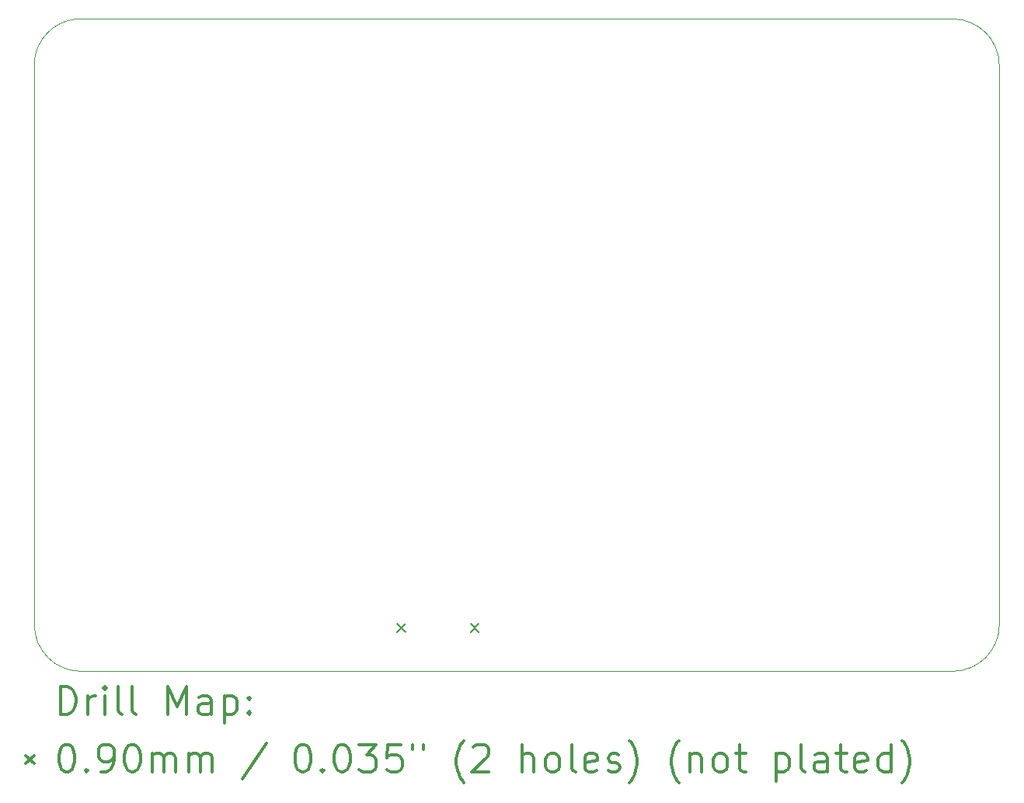
<source format=gbr>
%FSLAX45Y45*%
G04 Gerber Fmt 4.5, Leading zero omitted, Abs format (unit mm)*
G04 Created by KiCad (PCBNEW (5.1.9)-1) date 2021-11-23 21:03:16*
%MOMM*%
%LPD*%
G01*
G04 APERTURE LIST*
%TA.AperFunction,Profile*%
%ADD10C,0.050000*%
%TD*%
%ADD11C,0.200000*%
%ADD12C,0.300000*%
G04 APERTURE END LIST*
D10*
X11174764Y-8091626D02*
G75*
G02*
X11633200Y-7620000I509236J-36374D01*
G01*
X21183600Y-7620000D02*
G75*
G02*
X21691600Y-8128000I0J-508000D01*
G01*
X11684000Y-14732000D02*
G75*
G02*
X11176000Y-14224000I0J508000D01*
G01*
X21691600Y-14224000D02*
G75*
G02*
X21183600Y-14732000I-508000J0D01*
G01*
X11176000Y-14224000D02*
X11174764Y-8091626D01*
X21183600Y-14732000D02*
X11684000Y-14732000D01*
X21691600Y-8128000D02*
X21691600Y-14224000D01*
X11633200Y-7620000D02*
X21183600Y-7620000D01*
D11*
X15128900Y-14213800D02*
X15218900Y-14303800D01*
X15218900Y-14213800D02*
X15128900Y-14303800D01*
X15928900Y-14213800D02*
X16018900Y-14303800D01*
X16018900Y-14213800D02*
X15928900Y-14303800D01*
D12*
X11458692Y-15200214D02*
X11458692Y-14900214D01*
X11530121Y-14900214D01*
X11572978Y-14914500D01*
X11601549Y-14943071D01*
X11615835Y-14971643D01*
X11630121Y-15028786D01*
X11630121Y-15071643D01*
X11615835Y-15128786D01*
X11601549Y-15157357D01*
X11572978Y-15185929D01*
X11530121Y-15200214D01*
X11458692Y-15200214D01*
X11758692Y-15200214D02*
X11758692Y-15000214D01*
X11758692Y-15057357D02*
X11772978Y-15028786D01*
X11787264Y-15014500D01*
X11815835Y-15000214D01*
X11844407Y-15000214D01*
X11944407Y-15200214D02*
X11944407Y-15000214D01*
X11944407Y-14900214D02*
X11930121Y-14914500D01*
X11944407Y-14928786D01*
X11958692Y-14914500D01*
X11944407Y-14900214D01*
X11944407Y-14928786D01*
X12130121Y-15200214D02*
X12101549Y-15185929D01*
X12087264Y-15157357D01*
X12087264Y-14900214D01*
X12287264Y-15200214D02*
X12258692Y-15185929D01*
X12244407Y-15157357D01*
X12244407Y-14900214D01*
X12630121Y-15200214D02*
X12630121Y-14900214D01*
X12730121Y-15114500D01*
X12830121Y-14900214D01*
X12830121Y-15200214D01*
X13101549Y-15200214D02*
X13101549Y-15043071D01*
X13087264Y-15014500D01*
X13058692Y-15000214D01*
X13001549Y-15000214D01*
X12972978Y-15014500D01*
X13101549Y-15185929D02*
X13072978Y-15200214D01*
X13001549Y-15200214D01*
X12972978Y-15185929D01*
X12958692Y-15157357D01*
X12958692Y-15128786D01*
X12972978Y-15100214D01*
X13001549Y-15085929D01*
X13072978Y-15085929D01*
X13101549Y-15071643D01*
X13244407Y-15000214D02*
X13244407Y-15300214D01*
X13244407Y-15014500D02*
X13272978Y-15000214D01*
X13330121Y-15000214D01*
X13358692Y-15014500D01*
X13372978Y-15028786D01*
X13387264Y-15057357D01*
X13387264Y-15143071D01*
X13372978Y-15171643D01*
X13358692Y-15185929D01*
X13330121Y-15200214D01*
X13272978Y-15200214D01*
X13244407Y-15185929D01*
X13515835Y-15171643D02*
X13530121Y-15185929D01*
X13515835Y-15200214D01*
X13501549Y-15185929D01*
X13515835Y-15171643D01*
X13515835Y-15200214D01*
X13515835Y-15014500D02*
X13530121Y-15028786D01*
X13515835Y-15043071D01*
X13501549Y-15028786D01*
X13515835Y-15014500D01*
X13515835Y-15043071D01*
X11082264Y-15649500D02*
X11172264Y-15739500D01*
X11172264Y-15649500D02*
X11082264Y-15739500D01*
X11515835Y-15530214D02*
X11544407Y-15530214D01*
X11572978Y-15544500D01*
X11587264Y-15558786D01*
X11601549Y-15587357D01*
X11615835Y-15644500D01*
X11615835Y-15715929D01*
X11601549Y-15773071D01*
X11587264Y-15801643D01*
X11572978Y-15815929D01*
X11544407Y-15830214D01*
X11515835Y-15830214D01*
X11487264Y-15815929D01*
X11472978Y-15801643D01*
X11458692Y-15773071D01*
X11444407Y-15715929D01*
X11444407Y-15644500D01*
X11458692Y-15587357D01*
X11472978Y-15558786D01*
X11487264Y-15544500D01*
X11515835Y-15530214D01*
X11744407Y-15801643D02*
X11758692Y-15815929D01*
X11744407Y-15830214D01*
X11730121Y-15815929D01*
X11744407Y-15801643D01*
X11744407Y-15830214D01*
X11901549Y-15830214D02*
X11958692Y-15830214D01*
X11987264Y-15815929D01*
X12001549Y-15801643D01*
X12030121Y-15758786D01*
X12044407Y-15701643D01*
X12044407Y-15587357D01*
X12030121Y-15558786D01*
X12015835Y-15544500D01*
X11987264Y-15530214D01*
X11930121Y-15530214D01*
X11901549Y-15544500D01*
X11887264Y-15558786D01*
X11872978Y-15587357D01*
X11872978Y-15658786D01*
X11887264Y-15687357D01*
X11901549Y-15701643D01*
X11930121Y-15715929D01*
X11987264Y-15715929D01*
X12015835Y-15701643D01*
X12030121Y-15687357D01*
X12044407Y-15658786D01*
X12230121Y-15530214D02*
X12258692Y-15530214D01*
X12287264Y-15544500D01*
X12301549Y-15558786D01*
X12315835Y-15587357D01*
X12330121Y-15644500D01*
X12330121Y-15715929D01*
X12315835Y-15773071D01*
X12301549Y-15801643D01*
X12287264Y-15815929D01*
X12258692Y-15830214D01*
X12230121Y-15830214D01*
X12201549Y-15815929D01*
X12187264Y-15801643D01*
X12172978Y-15773071D01*
X12158692Y-15715929D01*
X12158692Y-15644500D01*
X12172978Y-15587357D01*
X12187264Y-15558786D01*
X12201549Y-15544500D01*
X12230121Y-15530214D01*
X12458692Y-15830214D02*
X12458692Y-15630214D01*
X12458692Y-15658786D02*
X12472978Y-15644500D01*
X12501549Y-15630214D01*
X12544407Y-15630214D01*
X12572978Y-15644500D01*
X12587264Y-15673071D01*
X12587264Y-15830214D01*
X12587264Y-15673071D02*
X12601549Y-15644500D01*
X12630121Y-15630214D01*
X12672978Y-15630214D01*
X12701549Y-15644500D01*
X12715835Y-15673071D01*
X12715835Y-15830214D01*
X12858692Y-15830214D02*
X12858692Y-15630214D01*
X12858692Y-15658786D02*
X12872978Y-15644500D01*
X12901549Y-15630214D01*
X12944407Y-15630214D01*
X12972978Y-15644500D01*
X12987264Y-15673071D01*
X12987264Y-15830214D01*
X12987264Y-15673071D02*
X13001549Y-15644500D01*
X13030121Y-15630214D01*
X13072978Y-15630214D01*
X13101549Y-15644500D01*
X13115835Y-15673071D01*
X13115835Y-15830214D01*
X13701549Y-15515929D02*
X13444407Y-15901643D01*
X14087264Y-15530214D02*
X14115835Y-15530214D01*
X14144407Y-15544500D01*
X14158692Y-15558786D01*
X14172978Y-15587357D01*
X14187264Y-15644500D01*
X14187264Y-15715929D01*
X14172978Y-15773071D01*
X14158692Y-15801643D01*
X14144407Y-15815929D01*
X14115835Y-15830214D01*
X14087264Y-15830214D01*
X14058692Y-15815929D01*
X14044407Y-15801643D01*
X14030121Y-15773071D01*
X14015835Y-15715929D01*
X14015835Y-15644500D01*
X14030121Y-15587357D01*
X14044407Y-15558786D01*
X14058692Y-15544500D01*
X14087264Y-15530214D01*
X14315835Y-15801643D02*
X14330121Y-15815929D01*
X14315835Y-15830214D01*
X14301549Y-15815929D01*
X14315835Y-15801643D01*
X14315835Y-15830214D01*
X14515835Y-15530214D02*
X14544407Y-15530214D01*
X14572978Y-15544500D01*
X14587264Y-15558786D01*
X14601549Y-15587357D01*
X14615835Y-15644500D01*
X14615835Y-15715929D01*
X14601549Y-15773071D01*
X14587264Y-15801643D01*
X14572978Y-15815929D01*
X14544407Y-15830214D01*
X14515835Y-15830214D01*
X14487264Y-15815929D01*
X14472978Y-15801643D01*
X14458692Y-15773071D01*
X14444407Y-15715929D01*
X14444407Y-15644500D01*
X14458692Y-15587357D01*
X14472978Y-15558786D01*
X14487264Y-15544500D01*
X14515835Y-15530214D01*
X14715835Y-15530214D02*
X14901549Y-15530214D01*
X14801549Y-15644500D01*
X14844407Y-15644500D01*
X14872978Y-15658786D01*
X14887264Y-15673071D01*
X14901549Y-15701643D01*
X14901549Y-15773071D01*
X14887264Y-15801643D01*
X14872978Y-15815929D01*
X14844407Y-15830214D01*
X14758692Y-15830214D01*
X14730121Y-15815929D01*
X14715835Y-15801643D01*
X15172978Y-15530214D02*
X15030121Y-15530214D01*
X15015835Y-15673071D01*
X15030121Y-15658786D01*
X15058692Y-15644500D01*
X15130121Y-15644500D01*
X15158692Y-15658786D01*
X15172978Y-15673071D01*
X15187264Y-15701643D01*
X15187264Y-15773071D01*
X15172978Y-15801643D01*
X15158692Y-15815929D01*
X15130121Y-15830214D01*
X15058692Y-15830214D01*
X15030121Y-15815929D01*
X15015835Y-15801643D01*
X15301549Y-15530214D02*
X15301549Y-15587357D01*
X15415835Y-15530214D02*
X15415835Y-15587357D01*
X15858692Y-15944500D02*
X15844407Y-15930214D01*
X15815835Y-15887357D01*
X15801549Y-15858786D01*
X15787264Y-15815929D01*
X15772978Y-15744500D01*
X15772978Y-15687357D01*
X15787264Y-15615929D01*
X15801549Y-15573071D01*
X15815835Y-15544500D01*
X15844407Y-15501643D01*
X15858692Y-15487357D01*
X15958692Y-15558786D02*
X15972978Y-15544500D01*
X16001549Y-15530214D01*
X16072978Y-15530214D01*
X16101549Y-15544500D01*
X16115835Y-15558786D01*
X16130121Y-15587357D01*
X16130121Y-15615929D01*
X16115835Y-15658786D01*
X15944407Y-15830214D01*
X16130121Y-15830214D01*
X16487264Y-15830214D02*
X16487264Y-15530214D01*
X16615835Y-15830214D02*
X16615835Y-15673071D01*
X16601549Y-15644500D01*
X16572978Y-15630214D01*
X16530121Y-15630214D01*
X16501549Y-15644500D01*
X16487264Y-15658786D01*
X16801550Y-15830214D02*
X16772978Y-15815929D01*
X16758692Y-15801643D01*
X16744407Y-15773071D01*
X16744407Y-15687357D01*
X16758692Y-15658786D01*
X16772978Y-15644500D01*
X16801550Y-15630214D01*
X16844407Y-15630214D01*
X16872978Y-15644500D01*
X16887264Y-15658786D01*
X16901550Y-15687357D01*
X16901550Y-15773071D01*
X16887264Y-15801643D01*
X16872978Y-15815929D01*
X16844407Y-15830214D01*
X16801550Y-15830214D01*
X17072978Y-15830214D02*
X17044407Y-15815929D01*
X17030121Y-15787357D01*
X17030121Y-15530214D01*
X17301550Y-15815929D02*
X17272978Y-15830214D01*
X17215835Y-15830214D01*
X17187264Y-15815929D01*
X17172978Y-15787357D01*
X17172978Y-15673071D01*
X17187264Y-15644500D01*
X17215835Y-15630214D01*
X17272978Y-15630214D01*
X17301550Y-15644500D01*
X17315835Y-15673071D01*
X17315835Y-15701643D01*
X17172978Y-15730214D01*
X17430121Y-15815929D02*
X17458692Y-15830214D01*
X17515835Y-15830214D01*
X17544407Y-15815929D01*
X17558692Y-15787357D01*
X17558692Y-15773071D01*
X17544407Y-15744500D01*
X17515835Y-15730214D01*
X17472978Y-15730214D01*
X17444407Y-15715929D01*
X17430121Y-15687357D01*
X17430121Y-15673071D01*
X17444407Y-15644500D01*
X17472978Y-15630214D01*
X17515835Y-15630214D01*
X17544407Y-15644500D01*
X17658692Y-15944500D02*
X17672978Y-15930214D01*
X17701550Y-15887357D01*
X17715835Y-15858786D01*
X17730121Y-15815929D01*
X17744407Y-15744500D01*
X17744407Y-15687357D01*
X17730121Y-15615929D01*
X17715835Y-15573071D01*
X17701550Y-15544500D01*
X17672978Y-15501643D01*
X17658692Y-15487357D01*
X18201550Y-15944500D02*
X18187264Y-15930214D01*
X18158692Y-15887357D01*
X18144407Y-15858786D01*
X18130121Y-15815929D01*
X18115835Y-15744500D01*
X18115835Y-15687357D01*
X18130121Y-15615929D01*
X18144407Y-15573071D01*
X18158692Y-15544500D01*
X18187264Y-15501643D01*
X18201550Y-15487357D01*
X18315835Y-15630214D02*
X18315835Y-15830214D01*
X18315835Y-15658786D02*
X18330121Y-15644500D01*
X18358692Y-15630214D01*
X18401550Y-15630214D01*
X18430121Y-15644500D01*
X18444407Y-15673071D01*
X18444407Y-15830214D01*
X18630121Y-15830214D02*
X18601550Y-15815929D01*
X18587264Y-15801643D01*
X18572978Y-15773071D01*
X18572978Y-15687357D01*
X18587264Y-15658786D01*
X18601550Y-15644500D01*
X18630121Y-15630214D01*
X18672978Y-15630214D01*
X18701550Y-15644500D01*
X18715835Y-15658786D01*
X18730121Y-15687357D01*
X18730121Y-15773071D01*
X18715835Y-15801643D01*
X18701550Y-15815929D01*
X18672978Y-15830214D01*
X18630121Y-15830214D01*
X18815835Y-15630214D02*
X18930121Y-15630214D01*
X18858692Y-15530214D02*
X18858692Y-15787357D01*
X18872978Y-15815929D01*
X18901550Y-15830214D01*
X18930121Y-15830214D01*
X19258692Y-15630214D02*
X19258692Y-15930214D01*
X19258692Y-15644500D02*
X19287264Y-15630214D01*
X19344407Y-15630214D01*
X19372978Y-15644500D01*
X19387264Y-15658786D01*
X19401550Y-15687357D01*
X19401550Y-15773071D01*
X19387264Y-15801643D01*
X19372978Y-15815929D01*
X19344407Y-15830214D01*
X19287264Y-15830214D01*
X19258692Y-15815929D01*
X19572978Y-15830214D02*
X19544407Y-15815929D01*
X19530121Y-15787357D01*
X19530121Y-15530214D01*
X19815835Y-15830214D02*
X19815835Y-15673071D01*
X19801550Y-15644500D01*
X19772978Y-15630214D01*
X19715835Y-15630214D01*
X19687264Y-15644500D01*
X19815835Y-15815929D02*
X19787264Y-15830214D01*
X19715835Y-15830214D01*
X19687264Y-15815929D01*
X19672978Y-15787357D01*
X19672978Y-15758786D01*
X19687264Y-15730214D01*
X19715835Y-15715929D01*
X19787264Y-15715929D01*
X19815835Y-15701643D01*
X19915835Y-15630214D02*
X20030121Y-15630214D01*
X19958692Y-15530214D02*
X19958692Y-15787357D01*
X19972978Y-15815929D01*
X20001550Y-15830214D01*
X20030121Y-15830214D01*
X20244407Y-15815929D02*
X20215835Y-15830214D01*
X20158692Y-15830214D01*
X20130121Y-15815929D01*
X20115835Y-15787357D01*
X20115835Y-15673071D01*
X20130121Y-15644500D01*
X20158692Y-15630214D01*
X20215835Y-15630214D01*
X20244407Y-15644500D01*
X20258692Y-15673071D01*
X20258692Y-15701643D01*
X20115835Y-15730214D01*
X20515835Y-15830214D02*
X20515835Y-15530214D01*
X20515835Y-15815929D02*
X20487264Y-15830214D01*
X20430121Y-15830214D01*
X20401550Y-15815929D01*
X20387264Y-15801643D01*
X20372978Y-15773071D01*
X20372978Y-15687357D01*
X20387264Y-15658786D01*
X20401550Y-15644500D01*
X20430121Y-15630214D01*
X20487264Y-15630214D01*
X20515835Y-15644500D01*
X20630121Y-15944500D02*
X20644407Y-15930214D01*
X20672978Y-15887357D01*
X20687264Y-15858786D01*
X20701550Y-15815929D01*
X20715835Y-15744500D01*
X20715835Y-15687357D01*
X20701550Y-15615929D01*
X20687264Y-15573071D01*
X20672978Y-15544500D01*
X20644407Y-15501643D01*
X20630121Y-15487357D01*
M02*

</source>
